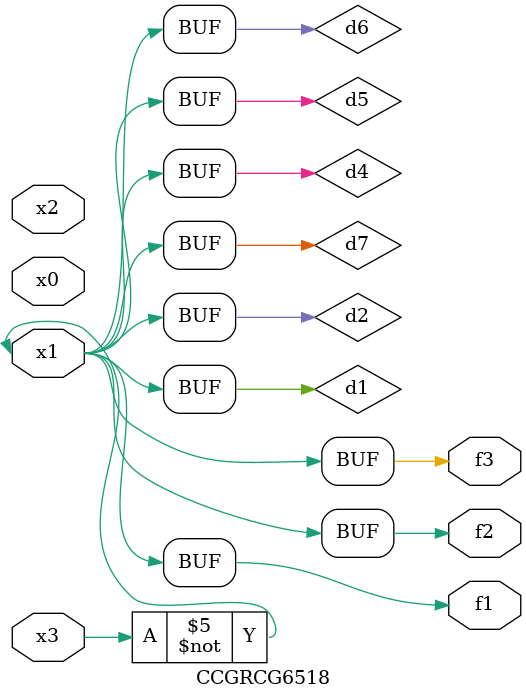
<source format=v>
module CCGRCG6518(
	input x0, x1, x2, x3,
	output f1, f2, f3
);

	wire d1, d2, d3, d4, d5, d6, d7;

	not (d1, x3);
	buf (d2, x1);
	xnor (d3, d1, d2);
	nor (d4, d1);
	buf (d5, d1, d2);
	buf (d6, d4, d5);
	nand (d7, d4);
	assign f1 = d6;
	assign f2 = d7;
	assign f3 = d6;
endmodule

</source>
